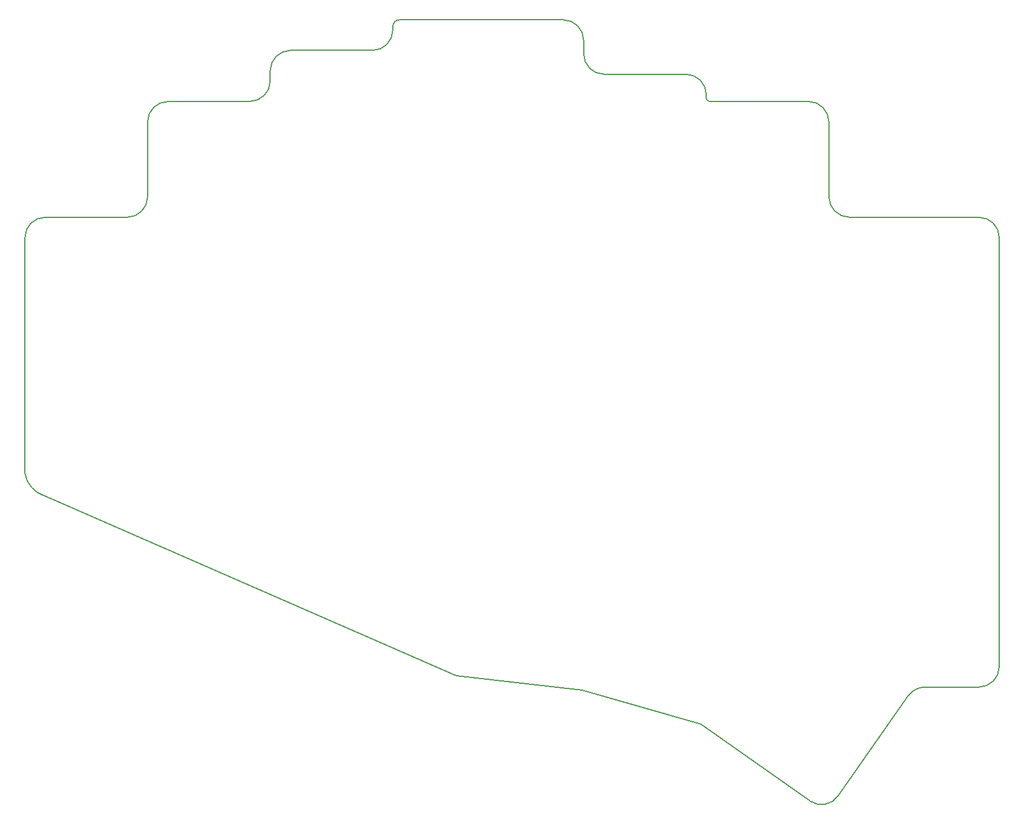
<source format=gbr>
%TF.GenerationSoftware,KiCad,Pcbnew,6.0.6*%
%TF.CreationDate,2022-07-16T22:08:55-05:00*%
%TF.ProjectId,junk,6a756e6b-2e6b-4696-9361-645f70636258,v1.0.0*%
%TF.SameCoordinates,Original*%
%TF.FileFunction,Profile,NP*%
%FSLAX46Y46*%
G04 Gerber Fmt 4.6, Leading zero omitted, Abs format (unit mm)*
G04 Created by KiCad (PCBNEW 6.0.6) date 2022-07-16 22:08:55*
%MOMM*%
%LPD*%
G01*
G04 APERTURE LIST*
%TA.AperFunction,Profile*%
%ADD10C,0.150000*%
%TD*%
G04 APERTURE END LIST*
D10*
X209780000Y-196720000D02*
X228250000Y-198850000D01*
X146473295Y-167049433D02*
G75*
G03*
X149188983Y-170299661I4159055J715403D01*
G01*
X164470000Y-126430000D02*
X164470000Y-115430000D01*
X161470000Y-129430000D02*
G75*
G03*
X164470000Y-126430000I0J3000000D01*
G01*
X265824879Y-214410776D02*
X276118984Y-199709271D01*
X261646682Y-215147520D02*
G75*
G03*
X265824879Y-214410776I1720718J2457520D01*
G01*
X228470000Y-103430000D02*
G75*
G03*
X225470000Y-100430000I-3000000J0D01*
G01*
X167470000Y-112430000D02*
G75*
G03*
X164470000Y-115430000I0J-3000000D01*
G01*
X197470000Y-104930000D02*
G75*
G03*
X200470000Y-101930000I0J3000000D01*
G01*
X289470000Y-195430000D02*
X289470000Y-132430000D01*
X264470000Y-115430000D02*
G75*
G03*
X261470000Y-112430000I-3000000J0D01*
G01*
X149470000Y-129430000D02*
X161470000Y-129430000D01*
X201470000Y-100430000D02*
X225470000Y-100430000D01*
X246470000Y-111430000D02*
G75*
G03*
X243470000Y-108430000I-3000000J0D01*
G01*
X149470000Y-129430000D02*
G75*
G03*
X146470000Y-132430000I0J-3000000D01*
G01*
X209780000Y-196720000D02*
X149188983Y-170299661D01*
X179470000Y-112430000D02*
G75*
G03*
X182470000Y-109430000I0J3000000D01*
G01*
X200470000Y-101930000D02*
X200470000Y-101430000D01*
X201470000Y-100430000D02*
G75*
G03*
X200470000Y-101430000I0J-1000000D01*
G01*
X228470000Y-105430000D02*
G75*
G03*
X231470000Y-108430000I3000000J0D01*
G01*
X182470000Y-109430000D02*
X182470000Y-107930000D01*
X167470000Y-112430000D02*
X179470000Y-112430000D01*
X267470000Y-129430000D02*
X286470000Y-129430000D01*
X231470000Y-108430000D02*
X243470000Y-108430000D01*
X185470000Y-104930000D02*
X197470000Y-104930000D01*
X286470000Y-198430000D02*
X278576440Y-198430000D01*
X245710000Y-203830000D02*
X261646694Y-215147503D01*
X264470000Y-126430000D02*
G75*
G03*
X267470000Y-129430000I3000000J0D01*
G01*
X286470000Y-198430000D02*
G75*
G03*
X289470000Y-195430000I0J3000000D01*
G01*
X228470000Y-103430000D02*
X228470000Y-105430000D01*
X185470000Y-104930000D02*
G75*
G03*
X182470000Y-107930000I0J-3000000D01*
G01*
X289470000Y-132430000D02*
G75*
G03*
X286470000Y-129430000I-3000000J0D01*
G01*
X146470000Y-167050000D02*
X146470000Y-132430000D01*
X278576440Y-198430033D02*
G75*
G03*
X276118984Y-199709271I-40J-2999967D01*
G01*
X246470000Y-111430000D02*
X246470000Y-111930000D01*
X246470000Y-111930000D02*
G75*
G03*
X246970000Y-112430000I500000J0D01*
G01*
X228250000Y-198850000D02*
X245710000Y-203830000D01*
X264470000Y-126430000D02*
X264470000Y-115430000D01*
X246970000Y-112430000D02*
X261470000Y-112430000D01*
M02*

</source>
